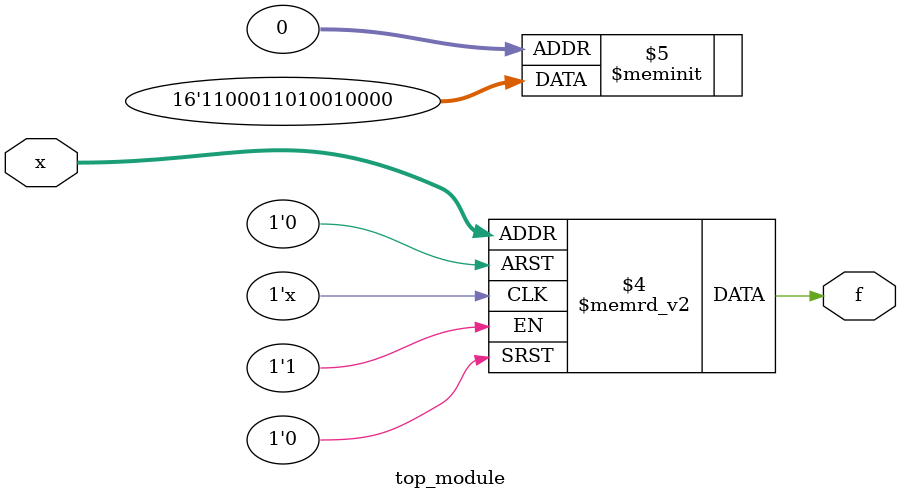
<source format=sv>
module top_module (
    input [4:1] x,
    output logic f
);

    always_comb begin
        case (x)
            4'b0000, 4'b0010, 4'b0011, 4'b0101, 4'b0110, 4'b1000, 4'b1011, 4'b1100, 4'b1101: f = 1'b0;
            4'b0100, 4'b0111, 4'b1001, 4'b1010, 4'b1110, 4'b1111: f = 1'b1;
            default: f = 1'b0; // handle the don't-care conditions by assuming 0
        endcase
    end

endmodule

</source>
